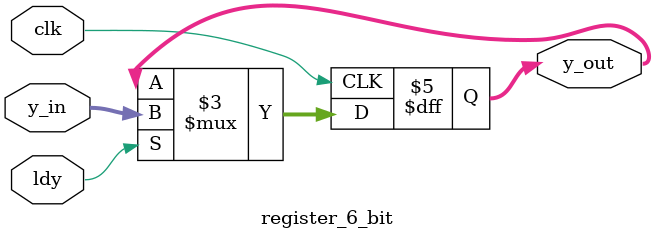
<source format=v>
`timescale 1ns/1ns

module register_6_bit(clk, y_in, ldy, y_out);
	input clk, ldy;
	input wire[5:0] y_in;
	output reg[5:0] y_out;

	always @(posedge clk) begin
		if (ldy)
			y_out <= y_in;
		else
			y_out <= y_out;
	end
endmodule
</source>
